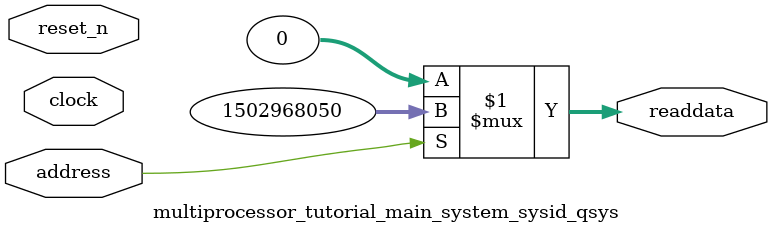
<source format=v>



// synthesis translate_off
`timescale 1ns / 1ps
// synthesis translate_on

// turn off superfluous verilog processor warnings 
// altera message_level Level1 
// altera message_off 10034 10035 10036 10037 10230 10240 10030 

module multiprocessor_tutorial_main_system_sysid_qsys (
               // inputs:
                address,
                clock,
                reset_n,

               // outputs:
                readdata
             )
;

  output  [ 31: 0] readdata;
  input            address;
  input            clock;
  input            reset_n;

  wire    [ 31: 0] readdata;
  //control_slave, which is an e_avalon_slave
  assign readdata = address ? 1502968050 : 0;

endmodule



</source>
